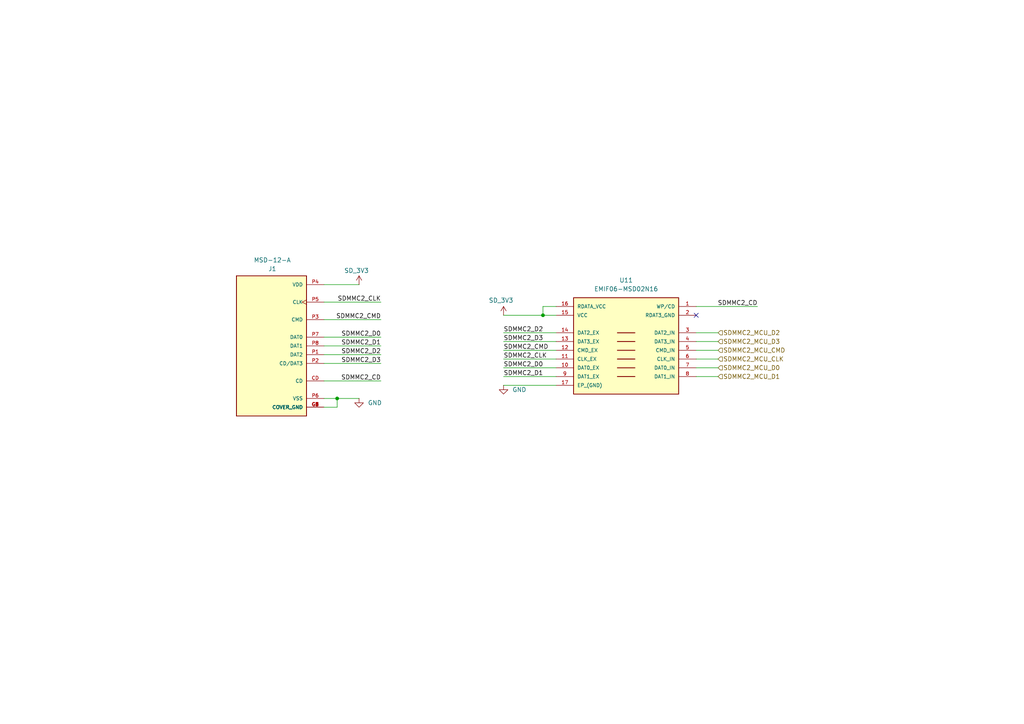
<source format=kicad_sch>
(kicad_sch (version 20231120) (generator "eeschema") (generator_version "8.0")
  (paper "A4")
  (lib_symbols
    (symbol "EMI_filter_and_ESD_protection:EMIF06-MSD02N16" (pin_names (offset 1.016))
      (property "Reference" "U" (at -13.97 17.78 0))
      (property "Value" "EMIF06-MSD02N16" (at -13.97 15.24 0))
      (symbol "EMIF06-MSD02N16_0_0"
        (rectangle (start -15.24 -15.24) (end 15.24 12.7) (stroke (width 0.254)) (fill (type background)))
        (polyline (pts (xy -2.54 -10.16) (xy 2.54 -10.16)) (stroke (width 0.254)))
        (polyline (pts (xy -2.54 -7.62) (xy 2.54 -7.62)) (stroke (width 0.254)))
        (polyline (pts (xy -2.54 -5.08) (xy 2.54 -5.08)) (stroke (width 0.254)))
        (polyline (pts (xy -2.54 -2.54) (xy 2.54 -2.54)) (stroke (width 0.254)))
        (polyline (pts (xy -2.54 0) (xy 2.54 0)) (stroke (width 0.254)))
        (polyline (pts (xy -2.54 2.54) (xy 2.54 2.54)) (stroke (width 0.254)))
        (pin bidirectional line (at -20.32 10.16 0) (length 5.08) (name "WP/CD") (number "1"))
        (pin bidirectional line (at 20.32 -7.62 180) (length 5.08) (name "DAT0_EX") (number "10"))
        (pin output line (at 20.32 -5.08 180) (length 5.08) (name "CLK_EX") (number "11"))
        (pin bidirectional line (at 20.32 -2.54 180) (length 5.08) (name "CMD_EX") (number "12"))
        (pin bidirectional line (at 20.32 0 180) (length 5.08) (name "DAT3_EX") (number "13"))
        (pin bidirectional line (at 20.32 2.54 180) (length 5.08) (name "DAT2_EX") (number "14"))
        (pin power_in line (at 20.32 7.62 180) (length 5.08) (name "VCC") (number "15"))
        (pin bidirectional line (at 20.32 10.16 180) (length 5.08) (name "RDATA_VCC") (number "16"))
        (pin power_in line (at 20.32 -12.7 180) (length 5.08) (name "EP_(GND)") (number "17"))
        (pin bidirectional line (at -20.32 7.62 0) (length 5.08) (name "RDAT3_GND") (number "2"))
        (pin bidirectional line (at -20.32 2.54 0) (length 5.08) (name "DAT2_IN") (number "3"))
        (pin bidirectional line (at -20.32 0 0) (length 5.08) (name "DAT3_IN") (number "4"))
        (pin bidirectional line (at -20.32 -2.54 0) (length 5.08) (name "CMD_IN") (number "5"))
        (pin input line (at -20.32 -5.08 0) (length 5.08) (name "CLK_IN") (number "6"))
        (pin bidirectional line (at -20.32 -7.62 0) (length 5.08) (name "DAT0_IN") (number "7"))
        (pin bidirectional line (at -20.32 -10.16 0) (length 5.08) (name "DAT1_IN") (number "8"))
        (pin bidirectional line (at 20.32 -10.16 180) (length 5.08) (name "DAT1_EX") (number "9"))
      )
    )
    (symbol "MicroSD_Connector:MSD-12-A" (pin_names (offset 1.016))
      (property "Reference" "J" (at -10.16 21.082 0))
      (property "Value" "MSD-12-A" (at -10.16 -22.86 0))
      (symbol "MSD-12-A_0_0"
        (rectangle (start -10.16 -20.32) (end 10.16 20.32) (stroke (width 0.254)) (fill (type background)))
        (pin passive line (at -15.24 -10.16 0) (length 5.08) (name "CD") (number "CD"))
        (pin power_in line (at -15.24 -17.78 0) (length 5.08) (name "COVER_GND") (number "G1"))
        (pin power_in line (at -15.24 -17.78 0) (length 5.08) (name "COVER_GND") (number "G2"))
        (pin power_in line (at -15.24 -17.78 0) (length 5.08) (name "COVER_GND") (number "G3"))
        (pin power_in line (at -15.24 -17.78 0) (length 5.08) (name "COVER_GND") (number "G4"))
        (pin power_in line (at -15.24 -17.78 0) (length 5.08) (name "COVER_GND") (number "G5"))
        (pin power_in line (at -15.24 -17.78 0) (length 5.08) (name "COVER_GND") (number "G6"))
        (pin bidirectional line (at -15.24 -2.54 0) (length 5.08) (name "DAT2") (number "P1"))
        (pin bidirectional line (at -15.24 -5.08 0) (length 5.08) (name "CD/DAT3") (number "P2"))
        (pin bidirectional line (at -15.24 7.62 0) (length 5.08) (name "CMD") (number "P3"))
        (pin power_in line (at -15.24 17.78 0) (length 5.08) (name "VDD") (number "P4"))
        (pin input clock (at -15.24 12.7 0) (length 5.08) (name "CLK") (number "P5"))
        (pin power_in line (at -15.24 -15.24 0) (length 5.08) (name "VSS") (number "P6"))
        (pin bidirectional line (at -15.24 2.54 0) (length 5.08) (name "DAT0") (number "P7"))
        (pin bidirectional line (at -15.24 0 0) (length 5.08) (name "DAT1") (number "P8"))
      )
    )
    (symbol "power:+3.3V" (power) (pin_numbers hide) (pin_names (offset 0) hide)
      (property "Value" "+3.3V" (at 0 3.556 0))
      (symbol "+3.3V_0_1"
        (polyline (pts (xy -0.762 1.27) (xy 0 2.54)))
        (polyline (pts (xy 0 0) (xy 0 2.54)))
        (polyline (pts (xy 0 2.54) (xy 0.762 1.27)))
      )
      (symbol "+3.3V_1_1"
        (pin power_in line (at 0 0 90) (length 0) (name "~") (number "1"))
      )
    )
    (symbol "power:GND" (power) (pin_numbers hide) (pin_names (offset 0) hide)
      (property "Value" "GND" (at 0 -3.81 0))
      (symbol "GND_0_1"
        (polyline (pts (xy 0 0) (xy 0 -1.27) (xy 1.27 -1.27) (xy 0 -2.54) (xy -1.27 -1.27) (xy 0 -1.27)))
      )
      (symbol "GND_1_1"
        (pin power_in line (at 0 0 270) (length 0) (name "~") (number "1"))
      )
    )
  )
  (junction (at 97.79 115.57))
  (junction (at 157.48 91.44))
  (no_connect (at 201.93 91.44))
  (wire (pts (xy 157.48 91.44) (xy 157.48 88.9)))
  (wire (pts (xy 93.98 102.87) (xy 110.49 102.87)))
  (wire (pts (xy 157.48 91.44) (xy 161.29 91.44)))
  (wire (pts (xy 146.05 109.22) (xy 161.29 109.22)))
  (wire (pts (xy 93.98 87.63) (xy 110.49 87.63)))
  (wire (pts (xy 146.05 99.06) (xy 161.29 99.06)))
  (wire (pts (xy 201.93 96.52) (xy 208.28 96.52)))
  (wire (pts (xy 93.98 100.33) (xy 110.49 100.33)))
  (wire (pts (xy 201.93 106.68) (xy 208.28 106.68)))
  (wire (pts (xy 93.98 97.79) (xy 110.49 97.79)))
  (wire (pts (xy 201.93 104.14) (xy 208.28 104.14)))
  (wire (pts (xy 201.93 99.06) (xy 208.28 99.06)))
  (wire (pts (xy 146.05 104.14) (xy 161.29 104.14)))
  (wire (pts (xy 146.05 101.6) (xy 161.29 101.6)))
  (wire (pts (xy 157.48 88.9) (xy 161.29 88.9)))
  (wire (pts (xy 93.98 118.11) (xy 97.79 118.11)))
  (wire (pts (xy 201.93 101.6) (xy 208.28 101.6)))
  (wire (pts (xy 201.93 88.9) (xy 219.71 88.9)))
  (wire (pts (xy 93.98 92.71) (xy 110.49 92.71)))
  (wire (pts (xy 146.05 91.44) (xy 157.48 91.44)))
  (wire (pts (xy 146.05 96.52) (xy 161.29 96.52)))
  (wire (pts (xy 97.79 115.57) (xy 104.14 115.57)))
  (wire (pts (xy 93.98 105.41) (xy 110.49 105.41)))
  (wire (pts (xy 201.93 109.22) (xy 208.28 109.22)))
  (wire (pts (xy 93.98 110.49) (xy 110.49 110.49)))
  (wire (pts (xy 146.05 106.68) (xy 161.29 106.68)))
  (wire (pts (xy 93.98 82.55) (xy 104.14 82.55)))
  (wire (pts (xy 93.98 115.57) (xy 97.79 115.57)))
  (wire (pts (xy 146.05 111.76) (xy 161.29 111.76)))
  (wire (pts (xy 97.79 118.11) (xy 97.79 115.57)))
  (label "SDMMC2_D0" (at 146.05 106.68 0))
  (label "SDMMC2_D1" (at 110.49 100.33 180))
  (label "SDMMC2_CD" (at 110.49 110.49 180))
  (label "SDMMC2_D3" (at 146.05 99.06 0))
  (label "SDMMC2_D2" (at 110.49 102.87 180))
  (label "SDMMC2_CLK" (at 110.49 87.63 180))
  (label "SDMMC2_CLK" (at 146.05 104.14 0))
  (label "SDMMC2_CMD" (at 110.49 92.71 180))
  (label "SDMMC2_D0" (at 110.49 97.79 180))
  (label "SDMMC2_D1" (at 146.05 109.22 0))
  (label "SDMMC2_CD" (at 219.71 88.9 180))
  (label "SDMMC2_D3" (at 110.49 105.41 180))
  (label "SDMMC2_D2" (at 146.05 96.52 0))
  (label "SDMMC2_CMD" (at 146.05 101.6 0))
  (hierarchical_label "SDMMC2_MCU_D3" (shape input) (at 208.28 99.06 0))
  (hierarchical_label "SDMMC2_MCU_CMD" (shape input) (at 208.28 101.6 0))
  (hierarchical_label "SDMMC2_MCU_D2" (shape input) (at 208.28 96.52 0))
  (hierarchical_label "SDMMC2_MCU_CLK" (shape input) (at 208.28 104.14 0))
  (hierarchical_label "SDMMC2_MCU_D1" (shape input) (at 208.28 109.22 0))
  (hierarchical_label "SDMMC2_MCU_D0" (shape input) (at 208.28 106.68 0))
  (symbol (lib_id "power:GND") (at 104.14 115.57 0) (unit 1)
    (property "Reference" "#PWR065" (effects (hide yes)))
    (property "Value" "GND" (at 106.68 116.8399 0) (effects (justify left)))
    (property "Description" "Power symbol creates a global label with name \"GND\" , ground" (effects (hide yes)))
  )
  (symbol (lib_id "power:+3.3V") (at 146.05 91.44 0) (unit 1)
    (property "Reference" "#PWR066" (effects (hide yes)))
    (property "Value" "SD_3V3" (at 141.732 87.122 0) (effects (justify left)))
    (property "Description" "Power symbol creates a global label with name \"+3.3V\"" (effects (hide yes)))
  )
  (symbol (lib_id "MicroSD_Connector:MSD-12-A") (at 78.74 100.33 0) (mirror y) (unit 1)
    (property "Reference" "J1" (at 78.994 77.978 0))
    (property "Value" "MSD-12-A" (at 78.994 75.438 0))
    (property "Footprint" "MSD-12-A:CUI_MSD-12-A" (effects (hide yes)))
    (property "MF" "CUI Devices" (effects (hide yes)))
    (property "MAXIMUM_PACKAGE_HEIGHT" "1.6mm" (effects (hide yes)))
    (property "Package" "None" (effects (hide yes)))
    (property "Price" "None" (effects (hide yes)))
    (property "Check_prices" "https://www.snapeda.com/parts/MSD-12-A/CUI+Devices/view-part/?ref=eda" (effects (hide yes)))
    (property "STANDARD" "Manufacturer Recommendations" (effects (hide yes)))
    (property "PARTREV" "1.0" (effects (hide yes)))
    (property "SnapEDA_Link" "https://www.snapeda.com/parts/MSD-12-A/CUI+Devices/view-part/?ref=snap" (effects (hide yes)))
    (property "MP" "MSD-12-A" (effects (hide yes)))
    (property "Purchase-URL" "https://www.snapeda.com/api/url_track_click_mouser/?unipart_id=15707902&manufacturer=CUI Devices&part_name=MSD-12-A&search_term=msd-12-a" (effects (hide yes)))
    (property "Description_1" "Micro SD Card Connector, 9 Positions, Connector and Ejector, Push In, Auto Eject Out, Surface Mount, 1.45 mm Height Above Board, Gold Flash" (effects (hide yes)))
    (property "CUI_purchase_URL" "https://www.cuidevices.com/product/interconnect/connectors/memory-card-connectors/sd-card-connectors/msd-12-a?utm_source=snapeda.com&utm_medium=referral&utm_campaign=snapedaBOM" (effects (hide yes)))
    (property "Availability" "In Stock" (effects (hide yes)))
    (property "MANUFACTURER" "CUI Devices" (effects (hide yes)))
  )
  (symbol (lib_id "EMI_filter_and_ESD_protection:EMIF06-MSD02N16") (at 181.61 99.06 0) (mirror y) (unit 1)
    (property "Reference" "U11" (at 181.61 81.28 0))
    (property "Value" "EMIF06-MSD02N16" (at 181.61 83.82 0))
    (property "Footprint" "EMIF06-MSD02N16:EMIF06MSD02N16" (effects (hide yes)))
    (property "Description" "6-Line EMI filter&ESD for SD card uQFN16 STMicroelectronics EMIF06-MSD02N16, EMI Filter & ESD Protector" (effects (hide yes)))
    (property "MANUFACTURER_NAME" "STMicroelectronics" (effects (hide yes)))
    (property "MF" "STMicroelectronics" (effects (hide yes)))
    (property "MOUSER_PRICE-STOCK" "https://www.mouser.co.uk/ProductDetail/STMicroelectronics/EMIF06-MSD02N16?qs=1CGoW%2F3pMwpSqVuN8kmN4Q%3D%3D" (effects (hide yes)))
    (property "DESCRIPTION" "6-Line EMI filter&ESD for SD card uQFN16 STMicroelectronics EMIF06-MSD02N16, EMI Filter & ESD Protector" (effects (hide yes)))
    (property "MOUSER_PART_NUMBER" "511-EMIF06-MSD02N16" (effects (hide yes)))
    (property "Price" "None" (effects (hide yes)))
    (property "Package" "UFDFN-16 STMicroelectronics" (effects (hide yes)))
    (property "Check_prices" "https://www.snapeda.com/parts/EMIF06-MSD02N16/STMicroelectronics/view-part/?ref=eda" (effects (hide yes)))
    (property "HEIGHT" "0mm" (effects (hide yes)))
    (property "MP" "EMIF06-MSD02N16" (effects (hide yes)))
    (property "SnapEDA_Link" "https://www.snapeda.com/parts/EMIF06-MSD02N16/STMicroelectronics/view-part/?ref=snap" (effects (hide yes)))
    (property "ARROW_PRICE-STOCK" "https://www.arrow.com/en/products/emif06-msd02n16/stmicroelectronics" (effects (hide yes)))
    (property "ARROW_PART_NUMBER" "EMIF06-MSD02N16" (effects (hide yes)))
    (property "Description_1" "\nRC (Pi) EMI Filter 2nd Order Low Pass 6 Channel R = 45Ohms, C = 20pF (Total) 16-UFDFN Exposed Pad\n" (effects (hide yes)))
    (property "Availability" "In Stock" (effects (hide yes)))
    (property "MANUFACTURER_PART_NUMBER" "EMIF06-MSD02N16" (effects (hide yes)))
  )
  (symbol (lib_id "power:GND") (at 146.05 111.76 0) (unit 1)
    (property "Reference" "#PWR067" (effects (hide yes)))
    (property "Value" "GND" (at 148.59 113.0299 0) (effects (justify left)))
    (property "Description" "Power symbol creates a global label with name \"GND\" , ground" (effects (hide yes)))
  )
  (symbol (lib_id "power:+3.3V") (at 104.14 82.55 0) (unit 1)
    (property "Reference" "#PWR064" (effects (hide yes)))
    (property "Value" "SD_3V3" (at 99.822 78.486 0) (effects (justify left)))
    (property "Description" "Power symbol creates a global label with name \"+3.3V\"" (effects (hide yes)))
  )
)
</source>
